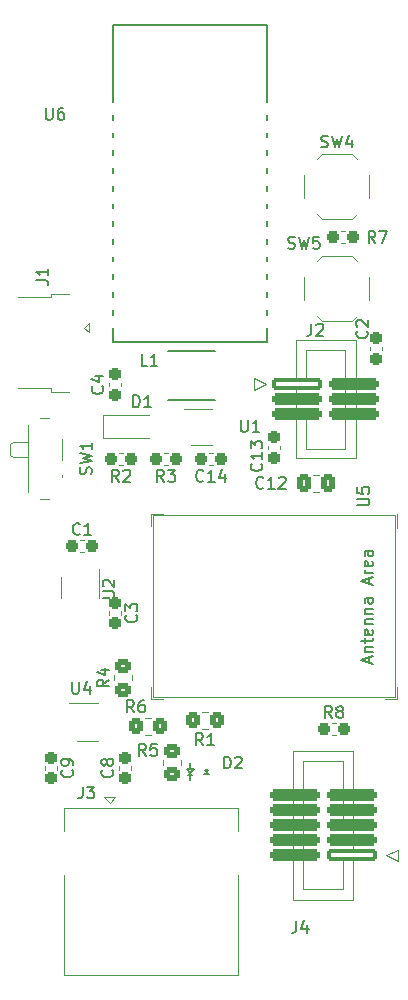
<source format=gbr>
%TF.GenerationSoftware,KiCad,Pcbnew,6.0.7-f9a2dced07~116~ubuntu20.04.1*%
%TF.CreationDate,2022-09-04T18:40:54+02:00*%
%TF.ProjectId,USBRadio,55534252-6164-4696-9f2e-6b696361645f,rev?*%
%TF.SameCoordinates,Original*%
%TF.FileFunction,Legend,Top*%
%TF.FilePolarity,Positive*%
%FSLAX46Y46*%
G04 Gerber Fmt 4.6, Leading zero omitted, Abs format (unit mm)*
G04 Created by KiCad (PCBNEW 6.0.7-f9a2dced07~116~ubuntu20.04.1) date 2022-09-04 18:40:54*
%MOMM*%
%LPD*%
G01*
G04 APERTURE LIST*
G04 Aperture macros list*
%AMRoundRect*
0 Rectangle with rounded corners*
0 $1 Rounding radius*
0 $2 $3 $4 $5 $6 $7 $8 $9 X,Y pos of 4 corners*
0 Add a 4 corners polygon primitive as box body*
4,1,4,$2,$3,$4,$5,$6,$7,$8,$9,$2,$3,0*
0 Add four circle primitives for the rounded corners*
1,1,$1+$1,$2,$3*
1,1,$1+$1,$4,$5*
1,1,$1+$1,$6,$7*
1,1,$1+$1,$8,$9*
0 Add four rect primitives between the rounded corners*
20,1,$1+$1,$2,$3,$4,$5,0*
20,1,$1+$1,$4,$5,$6,$7,0*
20,1,$1+$1,$6,$7,$8,$9,0*
20,1,$1+$1,$8,$9,$2,$3,0*%
%AMFreePoly0*
4,1,6,0.600000,-0.600000,-0.600000,-0.600000,-0.600000,0.000000,0.000000,0.600000,0.600000,0.600000,0.600000,-0.600000,0.600000,-0.600000,$1*%
G04 Aperture macros list end*
%ADD10C,0.150000*%
%ADD11C,0.120000*%
%ADD12R,0.720000X1.000000*%
%ADD13RoundRect,0.250000X-0.450000X0.350000X-0.450000X-0.350000X0.450000X-0.350000X0.450000X0.350000X0*%
%ADD14RoundRect,0.250000X-0.350000X-0.450000X0.350000X-0.450000X0.350000X0.450000X-0.350000X0.450000X0*%
%ADD15RoundRect,0.237500X-0.300000X-0.237500X0.300000X-0.237500X0.300000X0.237500X-0.300000X0.237500X0*%
%ADD16RoundRect,0.237500X-0.237500X0.300000X-0.237500X-0.300000X0.237500X-0.300000X0.237500X0.300000X0*%
%ADD17RoundRect,0.237500X0.237500X-0.300000X0.237500X0.300000X-0.237500X0.300000X-0.237500X-0.300000X0*%
%ADD18R,1.650000X0.400000*%
%ADD19C,0.520000*%
%ADD20R,1.600000X2.100000*%
%ADD21R,2.000000X2.000000*%
%ADD22O,1.700000X1.000000*%
%ADD23RoundRect,0.250000X0.450000X-0.350000X0.450000X0.350000X-0.450000X0.350000X-0.450000X-0.350000X0*%
%ADD24C,0.900000*%
%ADD25R,0.800000X1.000000*%
%ADD26R,1.500000X0.700000*%
%ADD27R,0.650000X1.060000*%
%ADD28R,1.060000X0.650000*%
%ADD29RoundRect,0.250000X0.350000X0.450000X-0.350000X0.450000X-0.350000X-0.450000X0.350000X-0.450000X0*%
%ADD30R,0.400000X0.800000*%
%ADD31R,0.800000X0.400000*%
%ADD32R,1.200000X1.200000*%
%ADD33R,0.800000X0.800000*%
%ADD34FreePoly0,270.000000*%
%ADD35R,0.900000X1.200000*%
%ADD36RoundRect,0.147059X1.952941X0.352941X-1.952941X0.352941X-1.952941X-0.352941X1.952941X-0.352941X0*%
%ADD37RoundRect,0.250000X1.850000X0.250000X-1.850000X0.250000X-1.850000X-0.250000X1.850000X-0.250000X0*%
%ADD38RoundRect,0.147059X-1.952941X-0.352941X1.952941X-0.352941X1.952941X0.352941X-1.952941X0.352941X0*%
%ADD39RoundRect,0.250000X-1.850000X-0.250000X1.850000X-0.250000X1.850000X0.250000X-1.850000X0.250000X0*%
%ADD40RoundRect,0.237500X0.300000X0.237500X-0.300000X0.237500X-0.300000X-0.237500X0.300000X-0.237500X0*%
%ADD41R,1.700000X1.000000*%
%ADD42R,2.000000X0.650000*%
%ADD43RoundRect,0.250000X-0.337500X-0.475000X0.337500X-0.475000X0.337500X0.475000X-0.337500X0.475000X0*%
%ADD44R,2.500000X1.100000*%
%ADD45R,1.524000X1.524000*%
%ADD46C,1.524000*%
%ADD47C,3.500000*%
%ADD48R,1.100000X3.700000*%
%ADD49C,2.000000*%
G04 APERTURE END LIST*
D10*
%TO.C,D2*%
X122261904Y-91952380D02*
X122261904Y-90952380D01*
X122500000Y-90952380D01*
X122642857Y-91000000D01*
X122738095Y-91095238D01*
X122785714Y-91190476D01*
X122833333Y-91380952D01*
X122833333Y-91523809D01*
X122785714Y-91714285D01*
X122738095Y-91809523D01*
X122642857Y-91904761D01*
X122500000Y-91952380D01*
X122261904Y-91952380D01*
X123214285Y-91047619D02*
X123261904Y-91000000D01*
X123357142Y-90952380D01*
X123595238Y-90952380D01*
X123690476Y-91000000D01*
X123738095Y-91047619D01*
X123785714Y-91142857D01*
X123785714Y-91238095D01*
X123738095Y-91380952D01*
X123166666Y-91952380D01*
X123785714Y-91952380D01*
%TO.C,R5*%
X115657333Y-90876380D02*
X115324000Y-90400190D01*
X115085904Y-90876380D02*
X115085904Y-89876380D01*
X115466857Y-89876380D01*
X115562095Y-89924000D01*
X115609714Y-89971619D01*
X115657333Y-90066857D01*
X115657333Y-90209714D01*
X115609714Y-90304952D01*
X115562095Y-90352571D01*
X115466857Y-90400190D01*
X115085904Y-90400190D01*
X116562095Y-89876380D02*
X116085904Y-89876380D01*
X116038285Y-90352571D01*
X116085904Y-90304952D01*
X116181142Y-90257333D01*
X116419238Y-90257333D01*
X116514476Y-90304952D01*
X116562095Y-90352571D01*
X116609714Y-90447809D01*
X116609714Y-90685904D01*
X116562095Y-90781142D01*
X116514476Y-90828761D01*
X116419238Y-90876380D01*
X116181142Y-90876380D01*
X116085904Y-90828761D01*
X116038285Y-90781142D01*
%TO.C,R6*%
X114641333Y-87194380D02*
X114308000Y-86718190D01*
X114069904Y-87194380D02*
X114069904Y-86194380D01*
X114450857Y-86194380D01*
X114546095Y-86242000D01*
X114593714Y-86289619D01*
X114641333Y-86384857D01*
X114641333Y-86527714D01*
X114593714Y-86622952D01*
X114546095Y-86670571D01*
X114450857Y-86718190D01*
X114069904Y-86718190D01*
X115498476Y-86194380D02*
X115308000Y-86194380D01*
X115212761Y-86242000D01*
X115165142Y-86289619D01*
X115069904Y-86432476D01*
X115022285Y-86622952D01*
X115022285Y-87003904D01*
X115069904Y-87099142D01*
X115117523Y-87146761D01*
X115212761Y-87194380D01*
X115403238Y-87194380D01*
X115498476Y-87146761D01*
X115546095Y-87099142D01*
X115593714Y-87003904D01*
X115593714Y-86765809D01*
X115546095Y-86670571D01*
X115498476Y-86622952D01*
X115403238Y-86575333D01*
X115212761Y-86575333D01*
X115117523Y-86622952D01*
X115069904Y-86670571D01*
X115022285Y-86765809D01*
%TO.C,C1*%
X110069333Y-72079142D02*
X110021714Y-72126761D01*
X109878857Y-72174380D01*
X109783619Y-72174380D01*
X109640761Y-72126761D01*
X109545523Y-72031523D01*
X109497904Y-71936285D01*
X109450285Y-71745809D01*
X109450285Y-71602952D01*
X109497904Y-71412476D01*
X109545523Y-71317238D01*
X109640761Y-71222000D01*
X109783619Y-71174380D01*
X109878857Y-71174380D01*
X110021714Y-71222000D01*
X110069333Y-71269619D01*
X111021714Y-72174380D02*
X110450285Y-72174380D01*
X110736000Y-72174380D02*
X110736000Y-71174380D01*
X110640761Y-71317238D01*
X110545523Y-71412476D01*
X110450285Y-71460095D01*
%TO.C,C3*%
X114832342Y-78976226D02*
X114879961Y-79023845D01*
X114927580Y-79166702D01*
X114927580Y-79261940D01*
X114879961Y-79404798D01*
X114784723Y-79500036D01*
X114689485Y-79547655D01*
X114499009Y-79595274D01*
X114356152Y-79595274D01*
X114165676Y-79547655D01*
X114070438Y-79500036D01*
X113975200Y-79404798D01*
X113927580Y-79261940D01*
X113927580Y-79166702D01*
X113975200Y-79023845D01*
X114022819Y-78976226D01*
X113927580Y-78642893D02*
X113927580Y-78023845D01*
X114308533Y-78357179D01*
X114308533Y-78214321D01*
X114356152Y-78119083D01*
X114403771Y-78071464D01*
X114499009Y-78023845D01*
X114737104Y-78023845D01*
X114832342Y-78071464D01*
X114879961Y-78119083D01*
X114927580Y-78214321D01*
X114927580Y-78500036D01*
X114879961Y-78595274D01*
X114832342Y-78642893D01*
%TO.C,C8*%
X112800422Y-92093186D02*
X112848041Y-92140805D01*
X112895660Y-92283662D01*
X112895660Y-92378900D01*
X112848041Y-92521758D01*
X112752803Y-92616996D01*
X112657565Y-92664615D01*
X112467089Y-92712234D01*
X112324232Y-92712234D01*
X112133756Y-92664615D01*
X112038518Y-92616996D01*
X111943280Y-92521758D01*
X111895660Y-92378900D01*
X111895660Y-92283662D01*
X111943280Y-92140805D01*
X111990899Y-92093186D01*
X112324232Y-91521758D02*
X112276613Y-91616996D01*
X112228994Y-91664615D01*
X112133756Y-91712234D01*
X112086137Y-91712234D01*
X111990899Y-91664615D01*
X111943280Y-91616996D01*
X111895660Y-91521758D01*
X111895660Y-91331281D01*
X111943280Y-91236043D01*
X111990899Y-91188424D01*
X112086137Y-91140805D01*
X112133756Y-91140805D01*
X112228994Y-91188424D01*
X112276613Y-91236043D01*
X112324232Y-91331281D01*
X112324232Y-91521758D01*
X112371851Y-91616996D01*
X112419470Y-91664615D01*
X112514708Y-91712234D01*
X112705184Y-91712234D01*
X112800422Y-91664615D01*
X112848041Y-91616996D01*
X112895660Y-91521758D01*
X112895660Y-91331281D01*
X112848041Y-91236043D01*
X112800422Y-91188424D01*
X112705184Y-91140805D01*
X112514708Y-91140805D01*
X112419470Y-91188424D01*
X112371851Y-91236043D01*
X112324232Y-91331281D01*
%TO.C,C9*%
X109396782Y-92098266D02*
X109444401Y-92145885D01*
X109492020Y-92288742D01*
X109492020Y-92383980D01*
X109444401Y-92526838D01*
X109349163Y-92622076D01*
X109253925Y-92669695D01*
X109063449Y-92717314D01*
X108920592Y-92717314D01*
X108730116Y-92669695D01*
X108634878Y-92622076D01*
X108539640Y-92526838D01*
X108492020Y-92383980D01*
X108492020Y-92288742D01*
X108539640Y-92145885D01*
X108587259Y-92098266D01*
X109492020Y-91622076D02*
X109492020Y-91431600D01*
X109444401Y-91336361D01*
X109396782Y-91288742D01*
X109253925Y-91193504D01*
X109063449Y-91145885D01*
X108682497Y-91145885D01*
X108587259Y-91193504D01*
X108539640Y-91241123D01*
X108492020Y-91336361D01*
X108492020Y-91526838D01*
X108539640Y-91622076D01*
X108587259Y-91669695D01*
X108682497Y-91717314D01*
X108920592Y-91717314D01*
X109015830Y-91669695D01*
X109063449Y-91622076D01*
X109111068Y-91526838D01*
X109111068Y-91336361D01*
X109063449Y-91241123D01*
X109015830Y-91193504D01*
X108920592Y-91145885D01*
%TO.C,J1*%
X106386380Y-50625333D02*
X107100666Y-50625333D01*
X107243523Y-50672952D01*
X107338761Y-50768190D01*
X107386380Y-50911047D01*
X107386380Y-51006285D01*
X107386380Y-49625333D02*
X107386380Y-50196761D01*
X107386380Y-49911047D02*
X106386380Y-49911047D01*
X106529238Y-50006285D01*
X106624476Y-50101523D01*
X106672095Y-50196761D01*
%TO.C,R4*%
X112533420Y-84437626D02*
X112057230Y-84770960D01*
X112533420Y-85009055D02*
X111533420Y-85009055D01*
X111533420Y-84628102D01*
X111581040Y-84532864D01*
X111628659Y-84485245D01*
X111723897Y-84437626D01*
X111866754Y-84437626D01*
X111961992Y-84485245D01*
X112009611Y-84532864D01*
X112057230Y-84628102D01*
X112057230Y-85009055D01*
X111866754Y-83580483D02*
X112533420Y-83580483D01*
X111485801Y-83818579D02*
X112200087Y-84056674D01*
X112200087Y-83437626D01*
%TO.C,SW1*%
X111021361Y-67031693D02*
X111068980Y-66888836D01*
X111068980Y-66650740D01*
X111021361Y-66555502D01*
X110973742Y-66507883D01*
X110878504Y-66460264D01*
X110783266Y-66460264D01*
X110688028Y-66507883D01*
X110640409Y-66555502D01*
X110592790Y-66650740D01*
X110545171Y-66841217D01*
X110497552Y-66936455D01*
X110449933Y-66984074D01*
X110354695Y-67031693D01*
X110259457Y-67031693D01*
X110164219Y-66984074D01*
X110116600Y-66936455D01*
X110068980Y-66841217D01*
X110068980Y-66603121D01*
X110116600Y-66460264D01*
X110068980Y-66126931D02*
X111068980Y-65888836D01*
X110354695Y-65698360D01*
X111068980Y-65507883D01*
X110068980Y-65269788D01*
X111068980Y-64365026D02*
X111068980Y-64936455D01*
X111068980Y-64650740D02*
X110068980Y-64650740D01*
X110211838Y-64745979D01*
X110307076Y-64841217D01*
X110354695Y-64936455D01*
%TO.C,U2*%
X111989580Y-77539464D02*
X112799104Y-77539464D01*
X112894342Y-77491845D01*
X112941961Y-77444226D01*
X112989580Y-77348988D01*
X112989580Y-77158512D01*
X112941961Y-77063274D01*
X112894342Y-77015655D01*
X112799104Y-76968036D01*
X111989580Y-76968036D01*
X112084819Y-76539464D02*
X112037200Y-76491845D01*
X111989580Y-76396607D01*
X111989580Y-76158512D01*
X112037200Y-76063274D01*
X112084819Y-76015655D01*
X112180057Y-75968036D01*
X112275295Y-75968036D01*
X112418152Y-76015655D01*
X112989580Y-76587083D01*
X112989580Y-75968036D01*
%TO.C,U4*%
X109408055Y-84627580D02*
X109408055Y-85437104D01*
X109455674Y-85532342D01*
X109503293Y-85579961D01*
X109598531Y-85627580D01*
X109789007Y-85627580D01*
X109884245Y-85579961D01*
X109931864Y-85532342D01*
X109979483Y-85437104D01*
X109979483Y-84627580D01*
X110884245Y-84960914D02*
X110884245Y-85627580D01*
X110646150Y-84579961D02*
X110408055Y-85294247D01*
X111027102Y-85294247D01*
%TO.C,R1*%
X120483333Y-89986380D02*
X120150000Y-89510190D01*
X119911904Y-89986380D02*
X119911904Y-88986380D01*
X120292857Y-88986380D01*
X120388095Y-89034000D01*
X120435714Y-89081619D01*
X120483333Y-89176857D01*
X120483333Y-89319714D01*
X120435714Y-89414952D01*
X120388095Y-89462571D01*
X120292857Y-89510190D01*
X119911904Y-89510190D01*
X121435714Y-89986380D02*
X120864285Y-89986380D01*
X121150000Y-89986380D02*
X121150000Y-88986380D01*
X121054761Y-89129238D01*
X120959523Y-89224476D01*
X120864285Y-89272095D01*
%TO.C,U5*%
X133562380Y-69681904D02*
X134371904Y-69681904D01*
X134467142Y-69634285D01*
X134514761Y-69586666D01*
X134562380Y-69491428D01*
X134562380Y-69300952D01*
X134514761Y-69205714D01*
X134467142Y-69158095D01*
X134371904Y-69110476D01*
X133562380Y-69110476D01*
X133562380Y-68158095D02*
X133562380Y-68634285D01*
X134038571Y-68681904D01*
X133990952Y-68634285D01*
X133943333Y-68539047D01*
X133943333Y-68300952D01*
X133990952Y-68205714D01*
X134038571Y-68158095D01*
X134133809Y-68110476D01*
X134371904Y-68110476D01*
X134467142Y-68158095D01*
X134514761Y-68205714D01*
X134562380Y-68300952D01*
X134562380Y-68539047D01*
X134514761Y-68634285D01*
X134467142Y-68681904D01*
X134558666Y-82993904D02*
X134558666Y-82517714D01*
X134844380Y-83089142D02*
X133844380Y-82755809D01*
X134844380Y-82422476D01*
X134177714Y-82089142D02*
X134844380Y-82089142D01*
X134272952Y-82089142D02*
X134225333Y-82041523D01*
X134177714Y-81946285D01*
X134177714Y-81803428D01*
X134225333Y-81708190D01*
X134320571Y-81660571D01*
X134844380Y-81660571D01*
X134177714Y-81327238D02*
X134177714Y-80946285D01*
X133844380Y-81184380D02*
X134701523Y-81184380D01*
X134796761Y-81136761D01*
X134844380Y-81041523D01*
X134844380Y-80946285D01*
X134796761Y-80232000D02*
X134844380Y-80327238D01*
X134844380Y-80517714D01*
X134796761Y-80612952D01*
X134701523Y-80660571D01*
X134320571Y-80660571D01*
X134225333Y-80612952D01*
X134177714Y-80517714D01*
X134177714Y-80327238D01*
X134225333Y-80232000D01*
X134320571Y-80184380D01*
X134415809Y-80184380D01*
X134511047Y-80660571D01*
X134177714Y-79755809D02*
X134844380Y-79755809D01*
X134272952Y-79755809D02*
X134225333Y-79708190D01*
X134177714Y-79612952D01*
X134177714Y-79470095D01*
X134225333Y-79374857D01*
X134320571Y-79327238D01*
X134844380Y-79327238D01*
X134177714Y-78851047D02*
X134844380Y-78851047D01*
X134272952Y-78851047D02*
X134225333Y-78803428D01*
X134177714Y-78708190D01*
X134177714Y-78565333D01*
X134225333Y-78470095D01*
X134320571Y-78422476D01*
X134844380Y-78422476D01*
X134844380Y-77517714D02*
X134320571Y-77517714D01*
X134225333Y-77565333D01*
X134177714Y-77660571D01*
X134177714Y-77851047D01*
X134225333Y-77946285D01*
X134796761Y-77517714D02*
X134844380Y-77612952D01*
X134844380Y-77851047D01*
X134796761Y-77946285D01*
X134701523Y-77993904D01*
X134606285Y-77993904D01*
X134511047Y-77946285D01*
X134463428Y-77851047D01*
X134463428Y-77612952D01*
X134415809Y-77517714D01*
X134558666Y-76327238D02*
X134558666Y-75851047D01*
X134844380Y-76422476D02*
X133844380Y-76089142D01*
X134844380Y-75755809D01*
X134844380Y-75422476D02*
X134177714Y-75422476D01*
X134368190Y-75422476D02*
X134272952Y-75374857D01*
X134225333Y-75327238D01*
X134177714Y-75232000D01*
X134177714Y-75136761D01*
X134796761Y-74422476D02*
X134844380Y-74517714D01*
X134844380Y-74708190D01*
X134796761Y-74803428D01*
X134701523Y-74851047D01*
X134320571Y-74851047D01*
X134225333Y-74803428D01*
X134177714Y-74708190D01*
X134177714Y-74517714D01*
X134225333Y-74422476D01*
X134320571Y-74374857D01*
X134415809Y-74374857D01*
X134511047Y-74851047D01*
X134844380Y-73517714D02*
X134320571Y-73517714D01*
X134225333Y-73565333D01*
X134177714Y-73660571D01*
X134177714Y-73851047D01*
X134225333Y-73946285D01*
X134796761Y-73517714D02*
X134844380Y-73612952D01*
X134844380Y-73851047D01*
X134796761Y-73946285D01*
X134701523Y-73993904D01*
X134606285Y-73993904D01*
X134511047Y-73946285D01*
X134463428Y-73851047D01*
X134463428Y-73612952D01*
X134415809Y-73517714D01*
%TO.C,D1*%
X114577904Y-61362880D02*
X114577904Y-60362880D01*
X114816000Y-60362880D01*
X114958857Y-60410500D01*
X115054095Y-60505738D01*
X115101714Y-60600976D01*
X115149333Y-60791452D01*
X115149333Y-60934309D01*
X115101714Y-61124785D01*
X115054095Y-61220023D01*
X114958857Y-61315261D01*
X114816000Y-61362880D01*
X114577904Y-61362880D01*
X116101714Y-61362880D02*
X115530285Y-61362880D01*
X115816000Y-61362880D02*
X115816000Y-60362880D01*
X115720761Y-60505738D01*
X115625523Y-60600976D01*
X115530285Y-60648595D01*
%TO.C,J4*%
X128392666Y-104866380D02*
X128392666Y-105580666D01*
X128345047Y-105723523D01*
X128249809Y-105818761D01*
X128106952Y-105866380D01*
X128011714Y-105866380D01*
X129297428Y-105199714D02*
X129297428Y-105866380D01*
X129059333Y-104818761D02*
X128821238Y-105533047D01*
X129440285Y-105533047D01*
%TO.C,R8*%
X131405333Y-87668380D02*
X131072000Y-87192190D01*
X130833904Y-87668380D02*
X130833904Y-86668380D01*
X131214857Y-86668380D01*
X131310095Y-86716000D01*
X131357714Y-86763619D01*
X131405333Y-86858857D01*
X131405333Y-87001714D01*
X131357714Y-87096952D01*
X131310095Y-87144571D01*
X131214857Y-87192190D01*
X130833904Y-87192190D01*
X131976761Y-87096952D02*
X131881523Y-87049333D01*
X131833904Y-87001714D01*
X131786285Y-86906476D01*
X131786285Y-86858857D01*
X131833904Y-86763619D01*
X131881523Y-86716000D01*
X131976761Y-86668380D01*
X132167238Y-86668380D01*
X132262476Y-86716000D01*
X132310095Y-86763619D01*
X132357714Y-86858857D01*
X132357714Y-86906476D01*
X132310095Y-87001714D01*
X132262476Y-87049333D01*
X132167238Y-87096952D01*
X131976761Y-87096952D01*
X131881523Y-87144571D01*
X131833904Y-87192190D01*
X131786285Y-87287428D01*
X131786285Y-87477904D01*
X131833904Y-87573142D01*
X131881523Y-87620761D01*
X131976761Y-87668380D01*
X132167238Y-87668380D01*
X132262476Y-87620761D01*
X132310095Y-87573142D01*
X132357714Y-87477904D01*
X132357714Y-87287428D01*
X132310095Y-87192190D01*
X132262476Y-87144571D01*
X132167238Y-87096952D01*
%TO.C,J2*%
X129666666Y-54316380D02*
X129666666Y-55030666D01*
X129619047Y-55173523D01*
X129523809Y-55268761D01*
X129380952Y-55316380D01*
X129285714Y-55316380D01*
X130095238Y-54411619D02*
X130142857Y-54364000D01*
X130238095Y-54316380D01*
X130476190Y-54316380D01*
X130571428Y-54364000D01*
X130619047Y-54411619D01*
X130666666Y-54506857D01*
X130666666Y-54602095D01*
X130619047Y-54744952D01*
X130047619Y-55316380D01*
X130666666Y-55316380D01*
%TO.C,C14*%
X120515142Y-67573142D02*
X120467523Y-67620761D01*
X120324666Y-67668380D01*
X120229428Y-67668380D01*
X120086571Y-67620761D01*
X119991333Y-67525523D01*
X119943714Y-67430285D01*
X119896095Y-67239809D01*
X119896095Y-67096952D01*
X119943714Y-66906476D01*
X119991333Y-66811238D01*
X120086571Y-66716000D01*
X120229428Y-66668380D01*
X120324666Y-66668380D01*
X120467523Y-66716000D01*
X120515142Y-66763619D01*
X121467523Y-67668380D02*
X120896095Y-67668380D01*
X121181809Y-67668380D02*
X121181809Y-66668380D01*
X121086571Y-66811238D01*
X120991333Y-66906476D01*
X120896095Y-66954095D01*
X122324666Y-67001714D02*
X122324666Y-67668380D01*
X122086571Y-66620761D02*
X121848476Y-67335047D01*
X122467523Y-67335047D01*
%TO.C,SW4*%
X130492666Y-39326761D02*
X130635523Y-39374380D01*
X130873619Y-39374380D01*
X130968857Y-39326761D01*
X131016476Y-39279142D01*
X131064095Y-39183904D01*
X131064095Y-39088666D01*
X131016476Y-38993428D01*
X130968857Y-38945809D01*
X130873619Y-38898190D01*
X130683142Y-38850571D01*
X130587904Y-38802952D01*
X130540285Y-38755333D01*
X130492666Y-38660095D01*
X130492666Y-38564857D01*
X130540285Y-38469619D01*
X130587904Y-38422000D01*
X130683142Y-38374380D01*
X130921238Y-38374380D01*
X131064095Y-38422000D01*
X131397428Y-38374380D02*
X131635523Y-39374380D01*
X131826000Y-38660095D01*
X132016476Y-39374380D01*
X132254571Y-38374380D01*
X133064095Y-38707714D02*
X133064095Y-39374380D01*
X132826000Y-38326761D02*
X132587904Y-39041047D01*
X133206952Y-39041047D01*
%TO.C,U1*%
X123698095Y-62452380D02*
X123698095Y-63261904D01*
X123745714Y-63357142D01*
X123793333Y-63404761D01*
X123888571Y-63452380D01*
X124079047Y-63452380D01*
X124174285Y-63404761D01*
X124221904Y-63357142D01*
X124269523Y-63261904D01*
X124269523Y-62452380D01*
X125269523Y-63452380D02*
X124698095Y-63452380D01*
X124983809Y-63452380D02*
X124983809Y-62452380D01*
X124888571Y-62595238D01*
X124793333Y-62690476D01*
X124698095Y-62738095D01*
%TO.C,C12*%
X125595142Y-68175142D02*
X125547523Y-68222761D01*
X125404666Y-68270380D01*
X125309428Y-68270380D01*
X125166571Y-68222761D01*
X125071333Y-68127523D01*
X125023714Y-68032285D01*
X124976095Y-67841809D01*
X124976095Y-67698952D01*
X125023714Y-67508476D01*
X125071333Y-67413238D01*
X125166571Y-67318000D01*
X125309428Y-67270380D01*
X125404666Y-67270380D01*
X125547523Y-67318000D01*
X125595142Y-67365619D01*
X126547523Y-68270380D02*
X125976095Y-68270380D01*
X126261809Y-68270380D02*
X126261809Y-67270380D01*
X126166571Y-67413238D01*
X126071333Y-67508476D01*
X125976095Y-67556095D01*
X126928476Y-67365619D02*
X126976095Y-67318000D01*
X127071333Y-67270380D01*
X127309428Y-67270380D01*
X127404666Y-67318000D01*
X127452285Y-67365619D01*
X127499904Y-67460857D01*
X127499904Y-67556095D01*
X127452285Y-67698952D01*
X126880857Y-68270380D01*
X127499904Y-68270380D01*
%TO.C,U6*%
X107188095Y-36028380D02*
X107188095Y-36837904D01*
X107235714Y-36933142D01*
X107283333Y-36980761D01*
X107378571Y-37028380D01*
X107569047Y-37028380D01*
X107664285Y-36980761D01*
X107711904Y-36933142D01*
X107759523Y-36837904D01*
X107759523Y-36028380D01*
X108664285Y-36028380D02*
X108473809Y-36028380D01*
X108378571Y-36076000D01*
X108330952Y-36123619D01*
X108235714Y-36266476D01*
X108188095Y-36456952D01*
X108188095Y-36837904D01*
X108235714Y-36933142D01*
X108283333Y-36980761D01*
X108378571Y-37028380D01*
X108569047Y-37028380D01*
X108664285Y-36980761D01*
X108711904Y-36933142D01*
X108759523Y-36837904D01*
X108759523Y-36599809D01*
X108711904Y-36504571D01*
X108664285Y-36456952D01*
X108569047Y-36409333D01*
X108378571Y-36409333D01*
X108283333Y-36456952D01*
X108235714Y-36504571D01*
X108188095Y-36599809D01*
%TO.C,R3*%
X117181333Y-67668380D02*
X116848000Y-67192190D01*
X116609904Y-67668380D02*
X116609904Y-66668380D01*
X116990857Y-66668380D01*
X117086095Y-66716000D01*
X117133714Y-66763619D01*
X117181333Y-66858857D01*
X117181333Y-67001714D01*
X117133714Y-67096952D01*
X117086095Y-67144571D01*
X116990857Y-67192190D01*
X116609904Y-67192190D01*
X117514666Y-66668380D02*
X118133714Y-66668380D01*
X117800380Y-67049333D01*
X117943238Y-67049333D01*
X118038476Y-67096952D01*
X118086095Y-67144571D01*
X118133714Y-67239809D01*
X118133714Y-67477904D01*
X118086095Y-67573142D01*
X118038476Y-67620761D01*
X117943238Y-67668380D01*
X117657523Y-67668380D01*
X117562285Y-67620761D01*
X117514666Y-67573142D01*
%TO.C,J3*%
X110294666Y-93482880D02*
X110294666Y-94197166D01*
X110247047Y-94340023D01*
X110151809Y-94435261D01*
X110008952Y-94482880D01*
X109913714Y-94482880D01*
X110675619Y-93482880D02*
X111294666Y-93482880D01*
X110961333Y-93863833D01*
X111104190Y-93863833D01*
X111199428Y-93911452D01*
X111247047Y-93959071D01*
X111294666Y-94054309D01*
X111294666Y-94292404D01*
X111247047Y-94387642D01*
X111199428Y-94435261D01*
X111104190Y-94482880D01*
X110818476Y-94482880D01*
X110723238Y-94435261D01*
X110675619Y-94387642D01*
%TO.C,SW5*%
X127698666Y-47902761D02*
X127841523Y-47950380D01*
X128079619Y-47950380D01*
X128174857Y-47902761D01*
X128222476Y-47855142D01*
X128270095Y-47759904D01*
X128270095Y-47664666D01*
X128222476Y-47569428D01*
X128174857Y-47521809D01*
X128079619Y-47474190D01*
X127889142Y-47426571D01*
X127793904Y-47378952D01*
X127746285Y-47331333D01*
X127698666Y-47236095D01*
X127698666Y-47140857D01*
X127746285Y-47045619D01*
X127793904Y-46998000D01*
X127889142Y-46950380D01*
X128127238Y-46950380D01*
X128270095Y-46998000D01*
X128603428Y-46950380D02*
X128841523Y-47950380D01*
X129032000Y-47236095D01*
X129222476Y-47950380D01*
X129460571Y-46950380D01*
X130317714Y-46950380D02*
X129841523Y-46950380D01*
X129793904Y-47426571D01*
X129841523Y-47378952D01*
X129936761Y-47331333D01*
X130174857Y-47331333D01*
X130270095Y-47378952D01*
X130317714Y-47426571D01*
X130365333Y-47521809D01*
X130365333Y-47759904D01*
X130317714Y-47855142D01*
X130270095Y-47902761D01*
X130174857Y-47950380D01*
X129936761Y-47950380D01*
X129841523Y-47902761D01*
X129793904Y-47855142D01*
%TO.C,C2*%
X134357142Y-54916666D02*
X134404761Y-54964285D01*
X134452380Y-55107142D01*
X134452380Y-55202380D01*
X134404761Y-55345238D01*
X134309523Y-55440476D01*
X134214285Y-55488095D01*
X134023809Y-55535714D01*
X133880952Y-55535714D01*
X133690476Y-55488095D01*
X133595238Y-55440476D01*
X133500000Y-55345238D01*
X133452380Y-55202380D01*
X133452380Y-55107142D01*
X133500000Y-54964285D01*
X133547619Y-54916666D01*
X133547619Y-54535714D02*
X133500000Y-54488095D01*
X133452380Y-54392857D01*
X133452380Y-54154761D01*
X133500000Y-54059523D01*
X133547619Y-54011904D01*
X133642857Y-53964285D01*
X133738095Y-53964285D01*
X133880952Y-54011904D01*
X134452380Y-54583333D01*
X134452380Y-53964285D01*
%TO.C,R7*%
X135083333Y-47452380D02*
X134750000Y-46976190D01*
X134511904Y-47452380D02*
X134511904Y-46452380D01*
X134892857Y-46452380D01*
X134988095Y-46500000D01*
X135035714Y-46547619D01*
X135083333Y-46642857D01*
X135083333Y-46785714D01*
X135035714Y-46880952D01*
X134988095Y-46928571D01*
X134892857Y-46976190D01*
X134511904Y-46976190D01*
X135416666Y-46452380D02*
X136083333Y-46452380D01*
X135654761Y-47452380D01*
%TO.C,C13*%
X125419142Y-66142857D02*
X125466761Y-66190476D01*
X125514380Y-66333333D01*
X125514380Y-66428571D01*
X125466761Y-66571428D01*
X125371523Y-66666666D01*
X125276285Y-66714285D01*
X125085809Y-66761904D01*
X124942952Y-66761904D01*
X124752476Y-66714285D01*
X124657238Y-66666666D01*
X124562000Y-66571428D01*
X124514380Y-66428571D01*
X124514380Y-66333333D01*
X124562000Y-66190476D01*
X124609619Y-66142857D01*
X125514380Y-65190476D02*
X125514380Y-65761904D01*
X125514380Y-65476190D02*
X124514380Y-65476190D01*
X124657238Y-65571428D01*
X124752476Y-65666666D01*
X124800095Y-65761904D01*
X124514380Y-64857142D02*
X124514380Y-64238095D01*
X124895333Y-64571428D01*
X124895333Y-64428571D01*
X124942952Y-64333333D01*
X124990571Y-64285714D01*
X125085809Y-64238095D01*
X125323904Y-64238095D01*
X125419142Y-64285714D01*
X125466761Y-64333333D01*
X125514380Y-64428571D01*
X125514380Y-64714285D01*
X125466761Y-64809523D01*
X125419142Y-64857142D01*
%TO.C,L1*%
X115777333Y-57856380D02*
X115301142Y-57856380D01*
X115301142Y-56856380D01*
X116634476Y-57856380D02*
X116063047Y-57856380D01*
X116348761Y-57856380D02*
X116348761Y-56856380D01*
X116253523Y-56999238D01*
X116158285Y-57094476D01*
X116063047Y-57142095D01*
%TO.C,C4*%
X111957142Y-59602666D02*
X112004761Y-59650285D01*
X112052380Y-59793142D01*
X112052380Y-59888380D01*
X112004761Y-60031238D01*
X111909523Y-60126476D01*
X111814285Y-60174095D01*
X111623809Y-60221714D01*
X111480952Y-60221714D01*
X111290476Y-60174095D01*
X111195238Y-60126476D01*
X111100000Y-60031238D01*
X111052380Y-59888380D01*
X111052380Y-59793142D01*
X111100000Y-59650285D01*
X111147619Y-59602666D01*
X111385714Y-58745523D02*
X112052380Y-58745523D01*
X111004761Y-58983619D02*
X111719047Y-59221714D01*
X111719047Y-58602666D01*
%TO.C,R2*%
X113371333Y-67668380D02*
X113038000Y-67192190D01*
X112799904Y-67668380D02*
X112799904Y-66668380D01*
X113180857Y-66668380D01*
X113276095Y-66716000D01*
X113323714Y-66763619D01*
X113371333Y-66858857D01*
X113371333Y-67001714D01*
X113323714Y-67096952D01*
X113276095Y-67144571D01*
X113180857Y-67192190D01*
X112799904Y-67192190D01*
X113752285Y-66763619D02*
X113799904Y-66716000D01*
X113895142Y-66668380D01*
X114133238Y-66668380D01*
X114228476Y-66716000D01*
X114276095Y-66763619D01*
X114323714Y-66858857D01*
X114323714Y-66954095D01*
X114276095Y-67096952D01*
X113704666Y-67668380D01*
X114323714Y-67668380D01*
%TO.C,D2*%
X120802000Y-92270000D02*
X120652000Y-92070000D01*
X120602000Y-92420000D02*
X121002000Y-92420000D01*
X120952000Y-92070000D02*
X120802000Y-92270000D01*
X119402000Y-91970000D02*
X119402000Y-91520000D01*
X119102000Y-91970000D02*
X119702000Y-91970000D01*
X120652000Y-92070000D02*
X120952000Y-92070000D01*
X119102000Y-91970000D02*
X119402000Y-92370000D01*
X119252000Y-92520000D02*
X119552000Y-92520000D01*
X119402000Y-92370000D02*
X119702000Y-91970000D01*
X119402000Y-92570000D02*
X119402000Y-92970000D01*
D11*
%TO.C,R5*%
X117121000Y-91228936D02*
X117121000Y-91683064D01*
X118591000Y-91228936D02*
X118591000Y-91683064D01*
%TO.C,R6*%
X115596936Y-87657000D02*
X116051064Y-87657000D01*
X115596936Y-89127000D02*
X116051064Y-89127000D01*
%TO.C,C1*%
X110089733Y-73662000D02*
X110382267Y-73662000D01*
X110089733Y-72642000D02*
X110382267Y-72642000D01*
%TO.C,C3*%
X112535200Y-78663293D02*
X112535200Y-78955827D01*
X113555200Y-78663293D02*
X113555200Y-78955827D01*
%TO.C,C8*%
X113363280Y-92072787D02*
X113363280Y-91780253D01*
X114383280Y-92072787D02*
X114383280Y-91780253D01*
%TO.C,C9*%
X107099640Y-91785333D02*
X107099640Y-92077867D01*
X108119640Y-91785333D02*
X108119640Y-92077867D01*
%TO.C,J1*%
X107585640Y-51757680D02*
X109135640Y-51757680D01*
X110835640Y-55032680D02*
X110385640Y-54632680D01*
X110385640Y-54632680D02*
X110835640Y-54232680D01*
X110835640Y-54232680D02*
X110835640Y-55032680D01*
X107585640Y-51757680D02*
X107585640Y-52057680D01*
X107585640Y-59757680D02*
X107585640Y-60057680D01*
X107585640Y-60057680D02*
X109135640Y-60057680D01*
X104785640Y-59757680D02*
X107585640Y-59757680D01*
X104785640Y-52057680D02*
X107585640Y-52057680D01*
%TO.C,R4*%
X114466040Y-84498024D02*
X114466040Y-84043896D01*
X112996040Y-84498024D02*
X112996040Y-84043896D01*
%TO.C,SW1*%
X105686600Y-62848360D02*
X105686600Y-68548360D01*
X107486600Y-62248360D02*
X106696600Y-62248360D01*
X108536600Y-67098360D02*
X108536600Y-67298360D01*
X105686600Y-64298360D02*
X104396600Y-64298360D01*
X104396600Y-65598360D02*
X105686600Y-65598360D01*
X104396600Y-64298360D02*
X104186600Y-64498360D01*
X108536600Y-64098360D02*
X108536600Y-65798360D01*
X106696600Y-69148360D02*
X107486600Y-69148360D01*
X104396600Y-65598360D02*
X104186600Y-65398360D01*
X104186600Y-64498360D02*
X104186600Y-65398360D01*
%TO.C,U2*%
X111658000Y-77524000D02*
X111658000Y-75074000D01*
X108438000Y-75724000D02*
X108438000Y-77524000D01*
%TO.C,U4*%
X111588120Y-86450640D02*
X109138120Y-86450640D01*
X109788120Y-89670640D02*
X111588120Y-89670640D01*
%TO.C,R1*%
X120877064Y-88619000D02*
X120422936Y-88619000D01*
X120877064Y-87149000D02*
X120422936Y-87149000D01*
%TO.C,U5*%
X116242000Y-85932000D02*
X116242000Y-70532000D01*
X116242000Y-70532000D02*
X131642000Y-70532000D01*
X116092000Y-71432000D02*
X116092000Y-70382000D01*
X136742000Y-70532000D02*
X131642000Y-70532000D01*
X116092000Y-85032000D02*
X116092000Y-86082000D01*
X136742000Y-70532000D02*
X136742000Y-85932000D01*
X116092000Y-70382000D02*
X117142000Y-70382000D01*
X136892000Y-85032000D02*
X136892000Y-86082000D01*
X136742000Y-85932000D02*
X131642000Y-85932000D01*
X116092000Y-86082000D02*
X117142000Y-86082000D01*
X136892000Y-86082000D02*
X135892000Y-86082000D01*
X136892000Y-71582000D02*
X136892000Y-70382000D01*
X131642000Y-85932000D02*
X116242000Y-85932000D01*
%TO.C,D1*%
X112050000Y-63992000D02*
X115950000Y-63992000D01*
X112050000Y-61992000D02*
X115950000Y-61992000D01*
X112050000Y-61992000D02*
X112050000Y-63992000D01*
%TO.C,J4*%
X136000000Y-99316500D02*
X137000000Y-99816500D01*
X128981500Y-102198000D02*
X128981500Y-91308000D01*
X132340500Y-99313000D02*
X132340500Y-102198000D01*
X133190000Y-90501500D02*
X133190000Y-103051500D01*
X132340500Y-91308000D02*
X132340500Y-96773000D01*
X132340500Y-96774000D02*
X133190000Y-96774000D01*
X128981500Y-91308000D02*
X132340500Y-91308000D01*
X133190000Y-103051500D02*
X128121000Y-103051500D01*
X137000000Y-98816500D02*
X136000000Y-99316500D01*
X137000000Y-99816500D02*
X137000000Y-98816500D01*
X132340500Y-94723000D02*
X132340500Y-94723000D01*
X128121000Y-90501500D02*
X133190000Y-90501500D01*
X133190000Y-99314000D02*
X132340500Y-99314000D01*
X132340500Y-102198000D02*
X128981500Y-102198000D01*
X128121000Y-103051500D02*
X128121000Y-90501500D01*
%TO.C,R8*%
X131425733Y-89156000D02*
X131718267Y-89156000D01*
X131425733Y-88136000D02*
X131718267Y-88136000D01*
%TO.C,J2*%
X129187500Y-56552000D02*
X132546500Y-56552000D01*
X128338000Y-55698500D02*
X133407000Y-55698500D01*
X124798000Y-59933500D02*
X125798000Y-59433500D01*
X125798000Y-59433500D02*
X124798000Y-58933500D01*
X132546500Y-64902000D02*
X129187500Y-64902000D01*
X129187500Y-61976000D02*
X128338000Y-61976000D01*
X133407000Y-55698500D02*
X133407000Y-65708500D01*
X129187500Y-59437000D02*
X129187500Y-56552000D01*
X132546500Y-56552000D02*
X132546500Y-64902000D01*
X124798000Y-58933500D02*
X124798000Y-59933500D01*
X128338000Y-65708500D02*
X128338000Y-55698500D01*
X133407000Y-65708500D02*
X128338000Y-65708500D01*
X128338000Y-59436000D02*
X129187500Y-59436000D01*
X129187500Y-64902000D02*
X129187500Y-61977000D01*
X129187500Y-64027000D02*
X129187500Y-64027000D01*
%TO.C,C14*%
X121304267Y-65276000D02*
X121011733Y-65276000D01*
X121304267Y-66296000D02*
X121011733Y-66296000D01*
%TO.C,SW4*%
X133526000Y-40372000D02*
X133076000Y-39922000D01*
X130126000Y-44972000D02*
X130576000Y-45422000D01*
X133526000Y-44972000D02*
X133076000Y-45422000D01*
X129076000Y-41672000D02*
X129076000Y-43672000D01*
X130126000Y-40372000D02*
X130576000Y-39922000D01*
X130576000Y-39922000D02*
X133076000Y-39922000D01*
X130576000Y-45422000D02*
X133076000Y-45422000D01*
X134576000Y-41672000D02*
X134576000Y-43672000D01*
%TO.C,U1*%
X119516000Y-64552000D02*
X121276000Y-64552000D01*
X121276000Y-61482000D02*
X118846000Y-61482000D01*
%TO.C,C12*%
X129786748Y-67083000D02*
X130309252Y-67083000D01*
X129786748Y-68553000D02*
X130309252Y-68553000D01*
D10*
%TO.C,U6*%
X112880000Y-28968000D02*
X112880000Y-55868000D01*
X125880000Y-28968000D02*
X125880000Y-55868000D01*
X112880000Y-28968000D02*
X125880000Y-28968000D01*
X112880000Y-55868000D02*
X125880000Y-55868000D01*
D11*
%TO.C,R3*%
X117494267Y-66296000D02*
X117201733Y-66296000D01*
X117494267Y-65276000D02*
X117201733Y-65276000D01*
%TO.C,J3*%
X123438000Y-97240500D02*
X123438000Y-95260500D01*
X112578000Y-94880500D02*
X113078000Y-94380500D01*
X112078000Y-94380500D02*
X112578000Y-94880500D01*
X108718000Y-95260500D02*
X123438000Y-95260500D01*
X108718000Y-100940500D02*
X108718000Y-109480500D01*
X123438000Y-100940500D02*
X123438000Y-109480500D01*
X113078000Y-94380500D02*
X112078000Y-94380500D01*
X108718000Y-109480500D02*
X123438000Y-109480500D01*
X108718000Y-95260500D02*
X108718000Y-97240500D01*
%TO.C,SW5*%
X134576000Y-50308000D02*
X134576000Y-52308000D01*
X130576000Y-54058000D02*
X133076000Y-54058000D01*
X130576000Y-48558000D02*
X133076000Y-48558000D01*
X130126000Y-53608000D02*
X130576000Y-54058000D01*
X130126000Y-49008000D02*
X130576000Y-48558000D01*
X133526000Y-49008000D02*
X133076000Y-48558000D01*
X129076000Y-50308000D02*
X129076000Y-52308000D01*
X133526000Y-53608000D02*
X133076000Y-54058000D01*
%TO.C,C2*%
X134618000Y-56534267D02*
X134618000Y-56241733D01*
X135638000Y-56534267D02*
X135638000Y-56241733D01*
%TO.C,R7*%
X132480267Y-46480000D02*
X132187733Y-46480000D01*
X132480267Y-47500000D02*
X132187733Y-47500000D01*
%TO.C,C13*%
X127002000Y-64916267D02*
X127002000Y-64623733D01*
X125982000Y-64916267D02*
X125982000Y-64623733D01*
D10*
%TO.C,L1*%
X121500000Y-60774000D02*
X117500000Y-60774000D01*
X121500000Y-56574000D02*
X117500000Y-56574000D01*
D11*
%TO.C,C4*%
X112520000Y-59582267D02*
X112520000Y-59289733D01*
X113540000Y-59582267D02*
X113540000Y-59289733D01*
%TO.C,R2*%
X113684267Y-66296000D02*
X113391733Y-66296000D01*
X113684267Y-65276000D02*
X113391733Y-65276000D01*
%TD*%
%LPC*%
D12*
%TO.C,D2*%
X121342000Y-91420000D03*
X121342000Y-93020000D03*
X120162000Y-93020000D03*
X120162000Y-91420000D03*
%TD*%
D13*
%TO.C,R5*%
X117856000Y-90456000D03*
X117856000Y-92456000D03*
%TD*%
D14*
%TO.C,R6*%
X114824000Y-88392000D03*
X116824000Y-88392000D03*
%TD*%
D15*
%TO.C,C1*%
X109373500Y-73152000D03*
X111098500Y-73152000D03*
%TD*%
D16*
%TO.C,C3*%
X113045200Y-77947060D03*
X113045200Y-79672060D03*
%TD*%
D17*
%TO.C,C8*%
X113873280Y-92789020D03*
X113873280Y-91064020D03*
%TD*%
D16*
%TO.C,C9*%
X107609640Y-91069100D03*
X107609640Y-92794100D03*
%TD*%
D18*
%TO.C,J1*%
X109285640Y-54632680D03*
X109285640Y-55282680D03*
X109285640Y-55932680D03*
X109285640Y-56582680D03*
X109285640Y-57232680D03*
D19*
X109120640Y-53932680D03*
D20*
X109320640Y-59032680D03*
D21*
X106720640Y-54782680D03*
D20*
X109335640Y-52882680D03*
D22*
X106770640Y-53057680D03*
X106770640Y-58807680D03*
D21*
X106720640Y-57082680D03*
D19*
X109120640Y-57932680D03*
%TD*%
D23*
%TO.C,R4*%
X113731040Y-85270960D03*
X113731040Y-83270960D03*
%TD*%
D24*
%TO.C,SW1*%
X107086600Y-64198360D03*
D25*
X108196600Y-69348360D03*
X108196600Y-62048360D03*
X105986600Y-62048360D03*
D24*
X107086600Y-67198360D03*
D25*
X105986600Y-69348360D03*
D26*
X108846600Y-63448360D03*
X108846600Y-66448360D03*
X108846600Y-67948360D03*
%TD*%
D27*
%TO.C,U2*%
X110998000Y-75524000D03*
X110048000Y-75524000D03*
X109098000Y-75524000D03*
X109098000Y-77724000D03*
X110998000Y-77724000D03*
%TD*%
D28*
%TO.C,U4*%
X109588120Y-87110640D03*
X109588120Y-88060640D03*
X109588120Y-89010640D03*
X111788120Y-89010640D03*
X111788120Y-87110640D03*
%TD*%
D29*
%TO.C,R1*%
X121650000Y-87884000D03*
X119650000Y-87884000D03*
%TD*%
D30*
%TO.C,U5*%
X129892000Y-71232000D03*
X129042000Y-71232000D03*
X128192000Y-71232000D03*
X127342000Y-71232000D03*
X126492000Y-71232000D03*
X125642000Y-71232000D03*
X124792000Y-71232000D03*
X123942000Y-71232000D03*
X123092000Y-71232000D03*
X122242000Y-71232000D03*
X121392000Y-71232000D03*
X120542000Y-71232000D03*
X119692000Y-71232000D03*
X118842000Y-71232000D03*
X117992000Y-71232000D03*
D31*
X116942000Y-72282000D03*
X116942000Y-73132000D03*
X116942000Y-73982000D03*
X116942000Y-74832000D03*
X116942000Y-75682000D03*
X116942000Y-76532000D03*
X116942000Y-77382000D03*
X116942000Y-78232000D03*
X116942000Y-79082000D03*
X116942000Y-79932000D03*
X116942000Y-80782000D03*
X116942000Y-81632000D03*
X116942000Y-82482000D03*
X116942000Y-83332000D03*
X116942000Y-84182000D03*
D30*
X117992000Y-85232000D03*
X118842000Y-85232000D03*
X119692000Y-85232000D03*
X120542000Y-85232000D03*
X121392000Y-85232000D03*
X122242000Y-85232000D03*
X123092000Y-85232000D03*
X123942000Y-85232000D03*
X124792000Y-85232000D03*
X125642000Y-85232000D03*
X126492000Y-85232000D03*
X127342000Y-85232000D03*
X128192000Y-85232000D03*
X129042000Y-85232000D03*
X129892000Y-85232000D03*
D31*
X130942000Y-80782000D03*
X130942000Y-84182000D03*
D32*
X123942000Y-79882000D03*
X125592000Y-78232000D03*
D31*
X130942000Y-73132000D03*
X130942000Y-74832000D03*
D33*
X116942000Y-85232000D03*
X130942000Y-85232000D03*
D31*
X130942000Y-77382000D03*
D32*
X125592000Y-79882000D03*
D31*
X130942000Y-73982000D03*
X130942000Y-72282000D03*
D32*
X122292000Y-78232000D03*
X122292000Y-76582000D03*
X123942000Y-76582000D03*
X123942000Y-78232000D03*
D33*
X130942000Y-71232000D03*
D31*
X130942000Y-79932000D03*
X130942000Y-78232000D03*
D32*
X122292000Y-79882000D03*
D31*
X130942000Y-83332000D03*
D33*
X116942000Y-71232000D03*
D31*
X130942000Y-82482000D03*
X130942000Y-75682000D03*
D34*
X125592000Y-76582000D03*
D31*
X130942000Y-79082000D03*
X130942000Y-76532000D03*
X130942000Y-81632000D03*
%TD*%
D35*
%TO.C,D1*%
X112650000Y-62992000D03*
X115950000Y-62992000D03*
%TD*%
D36*
%TO.C,J4*%
X133096000Y-99314000D03*
D37*
X128270000Y-99314000D03*
X133096000Y-98044000D03*
X128270000Y-98044000D03*
X133096000Y-96774000D03*
X128270000Y-96774000D03*
X133096000Y-95504000D03*
X128270000Y-95504000D03*
X133096000Y-94234000D03*
X128270000Y-94234000D03*
%TD*%
D15*
%TO.C,R8*%
X130709500Y-88646000D03*
X132434500Y-88646000D03*
%TD*%
D38*
%TO.C,J2*%
X128432000Y-59436000D03*
D39*
X133258000Y-59436000D03*
X128432000Y-60706000D03*
X133258000Y-60706000D03*
X128432000Y-61976000D03*
X133258000Y-61976000D03*
%TD*%
D40*
%TO.C,C14*%
X122020500Y-65786000D03*
X120295500Y-65786000D03*
%TD*%
D41*
%TO.C,SW4*%
X134976000Y-40772000D03*
X128676000Y-40772000D03*
X134976000Y-44572000D03*
X128676000Y-44572000D03*
%TD*%
D42*
%TO.C,U1*%
X118686000Y-62042000D03*
X118686000Y-62992000D03*
X118686000Y-63942000D03*
X122106000Y-63942000D03*
X122106000Y-62992000D03*
X122106000Y-62042000D03*
%TD*%
D43*
%TO.C,C12*%
X129010500Y-67818000D03*
X131085500Y-67818000D03*
%TD*%
D44*
%TO.C,U6*%
X112880000Y-36118000D03*
X112880000Y-37618000D03*
X112880000Y-39118000D03*
X112880000Y-40618000D03*
X112880000Y-42118000D03*
X112880000Y-43618000D03*
X112880000Y-45118000D03*
X112880000Y-46618000D03*
X112880000Y-48118000D03*
X112880000Y-49618000D03*
X112880000Y-51118000D03*
X112880000Y-52618000D03*
X112880000Y-54118000D03*
X125880000Y-54118000D03*
X125880000Y-52618000D03*
X125880000Y-51118000D03*
X125880000Y-49618000D03*
X125880000Y-48118000D03*
X125880000Y-46618000D03*
X125880000Y-45118000D03*
X125880000Y-43618000D03*
X125880000Y-42118000D03*
X125880000Y-40618000D03*
X125880000Y-39118000D03*
X125880000Y-37618000D03*
X125880000Y-36118000D03*
%TD*%
D40*
%TO.C,R3*%
X118210500Y-65786000D03*
X116485500Y-65786000D03*
%TD*%
D45*
%TO.C,J3*%
X112578000Y-96380500D03*
D46*
X115078000Y-96380500D03*
X117078000Y-96380500D03*
X119578000Y-96380500D03*
D47*
X122648000Y-99090500D03*
X109508000Y-99090500D03*
%TD*%
D41*
%TO.C,SW5*%
X134976000Y-49408000D03*
X128676000Y-49408000D03*
X134976000Y-53208000D03*
X128676000Y-53208000D03*
%TD*%
D17*
%TO.C,C2*%
X135128000Y-57250500D03*
X135128000Y-55525500D03*
%TD*%
D40*
%TO.C,R7*%
X133196500Y-46990000D03*
X131471500Y-46990000D03*
%TD*%
D17*
%TO.C,C13*%
X126492000Y-65632500D03*
X126492000Y-63907500D03*
%TD*%
D48*
%TO.C,L1*%
X121000000Y-58674000D03*
X118000000Y-58674000D03*
%TD*%
D17*
%TO.C,C4*%
X113030000Y-60298500D03*
X113030000Y-58573500D03*
%TD*%
D40*
%TO.C,R2*%
X114400500Y-65786000D03*
X112675500Y-65786000D03*
%TD*%
D21*
%TO.C,BT1*%
X109743240Y-82961480D03*
D49*
X109743240Y-80421480D03*
%TD*%
M02*

</source>
